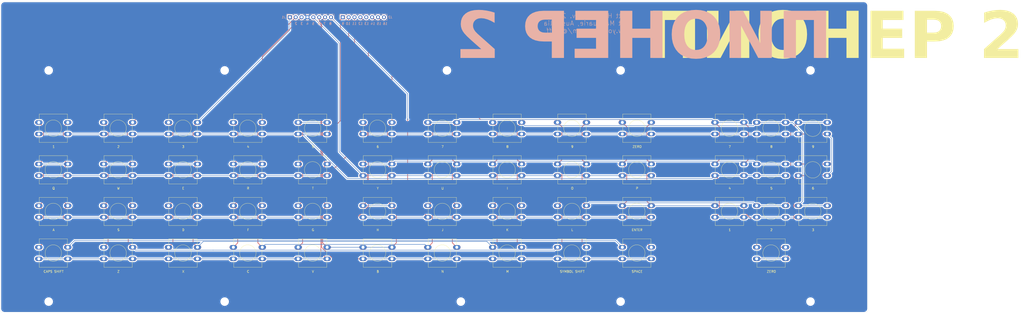
<source format=kicad_pcb>
(kicad_pcb (version 20241229) (generator "pcbnew") (generator_version "9.0")
  (title_block (title "Keyboard for Pioneer-2 Spectrum Clone") (date "14/NOV/2025") (rev "A") (company "Brett Hallen") (comment 1 "www.youtube.com/@Brfff"))
  (layers (0 "F.Cu" signal) (2 "B.Cu" signal) (13 "F.Paste" user) (15 "B.Paste" user) (5 "F.SilkS" user "F.Silkscreen") (7 "B.SilkS" user "B.Silkscreen") (1 "F.Mask" user) (3 "B.Mask" user) (25 "Edge.Cuts" user))
  (net 0 "")
  (net 1 "KBD8")
  (net 2 "KBD7")
  (net 3 "KBD1")
  (net 4 "KBD3")
  (net 5 "KBD4")
  (net 6 "KBD2")
  (net 7 "KBD5")
  (net 8 "KBD6")
  (net 9 "KBD10")
  (net 10 "KBD13")
  (net 11 "KBD12")
  (net 12 "KBD9")
  (net 13 "KBD11")
  (net 14 "GND")
  (footprint "Button_Switch_THT:SW_PUSH-12mm" (layer "F.Cu") (at 67.796693 90.525265)
    (property "Reference" "KA4" (hide yes))
    (property "Value" "2")
  )
  (footprint "Button_Switch_THT:SW_PUSH-12mm" (layer "F.Cu") (at 367.796693 108.525265)
    (property "Reference" "NP6" (hide yes))
    (property "Value" "6")
  )
  (footprint "Button_Switch_THT:SW_PUSH-12mm" (layer "F.Cu") (at 179.796693 90.525265)
    (property "Reference" "KA8" (hide yes))
    (property "Value" "6")
  )
  (footprint "Button_Switch_THT:SW_PUSH-12mm" (layer "F.Cu") (at 291.796693 126.525265)
    (property "Reference" "KB13" (hide yes))
    (property "Value" "ENTER")
  )
  (footprint "Button_Switch_THT:SW_PUSH-12mm" (layer "F.Cu") (at 207.796693 126.525265)
    (property "Reference" "KC9" (hide yes))
    (property "Value" "J")
  )
  (footprint "Button_Switch_THT:SW_PUSH-12mm" (layer "F.Cu") (at 349.796693 108.525265)
    (property "Reference" "NP5" (hide yes))
    (property "Value" "5")
  )
  (footprint "MountingHole:MountingHole_3.2mm_M3" (layer "F.Cu") (at 44.046693 168.025265)
    (property "Reference" "H1" (hide yes))
    (property "Value" "MountingHole" (hide yes))
  )
  (footprint "Button_Switch_THT:SW_PUSH-12mm" (layer "F.Cu") (at 263.796693 90.525265)
    (property "Reference" "KA11" (hide yes))
    (property "Value" "9")
  )
  (footprint "MountingHole:MountingHole_3.2mm_M3" (layer "F.Cu") (at 291.046693 68.025265)
    (property "Reference" "H9" (hide yes))
    (property "Value" "MountingHole" (hide yes))
  )
  (footprint "Button_Switch_THT:SW_PUSH-12mm" (layer "F.Cu") (at 67.796693 144.525265)
    (property "Reference" "KD3" (hide yes))
    (property "Value" "Z")
  )
  (footprint "Button_Switch_THT:SW_PUSH-12mm" (layer "F.Cu") (at 367.796693 90.525265)
    (property "Reference" "NP9" (hide yes))
    (property "Value" "9")
  )
  (footprint "MountingHole:MountingHole_3.2mm_M3" (layer "F.Cu") (at 44.046693 68.025265)
    (property "Reference" "H6" (hide yes))
    (property "Value" "MountingHole" (hide yes))
  )
  (footprint "Button_Switch_THT:SW_PUSH-12mm" (layer "F.Cu") (at 39.796693 108.525265)
    (property "Reference" "KB3" (hide yes))
    (property "Value" "Q")
  )
  (footprint "Button_Switch_THT:SW_PUSH-12mm" (layer "F.Cu") (at 263.796693 144.525265)
    (property "Reference" "KE1" (hide yes))
    (property "Value" "SYMBOL SHIFT")
  )
  (footprint "Button_Switch_THT:SW_PUSH-12mm" (layer "F.Cu") (at 39.796693 90.525265)
    (property "Reference" "KA3" (hide yes))
    (property "Value" "1")
  )
  (footprint "MountingHole:MountingHole_3.2mm_M3" (layer "F.Cu") (at 222.046693 168.025265)
    (property "Reference" "H3" (hide yes))
    (property "Value" "MountingHole" (hide yes))
  )
  (footprint "Button_Switch_THT:SW_PUSH-12mm" (layer "F.Cu") (at 151.796693 108.525265)
    (property "Reference" "KB7" (hide yes))
    (property "Value" "T")
  )
  (footprint "MountingHole:MountingHole_3.2mm_M3" (layer "F.Cu") (at 373.046693 168.025265)
    (property "Reference" "H5" (hide yes))
    (property "Value" "MountingHole" (hide yes))
  )
  (footprint "Button_Switch_THT:SW_PUSH-12mm" (layer "F.Cu") (at 349.796693 90.525265)
    (property "Reference" "NP8" (hide yes))
    (property "Value" "8")
  )
  (footprint "Button_Switch_THT:SW_PUSH-12mm" (layer "F.Cu") (at 151.796693 126.525265)
    (property "Reference" "KC7" (hide yes))
    (property "Value" "G")
  )
  (footprint "Button_Switch_THT:SW_PUSH-12mm" (layer "F.Cu") (at 67.796693 126.525265)
    (property "Reference" "KC4" (hide yes))
    (property "Value" "S")
  )
  (footprint "Button_Switch_THT:SW_PUSH-12mm" (layer "F.Cu") (at 291.796693 108.525265)
    (property "Reference" "KB12" (hide yes))
    (property "Value" "P")
  )
  (footprint "Button_Switch_THT:SW_PUSH-12mm" (layer "F.Cu") (at 349.796693 144.525265)
    (property "Reference" "NP0" (hide yes))
    (property "Value" "ZERO")
  )
  (footprint "Button_Switch_THT:SW_PUSH-12mm" (layer "F.Cu") (at 235.796693 144.525265)
    (property "Reference" "KD9" (hide yes))
    (property "Value" "M")
  )
  (footprint "Button_Switch_THT:SW_PUSH-12mm" (layer "F.Cu") (at 291.796693 90.525265)
    (property "Reference" "KA12" (hide yes))
    (property "Value" "ZERO")
  )
  (footprint "MountingHole:MountingHole_3.2mm_M3" (layer "F.Cu") (at 373.046693 68.025265)
    (property "Reference" "H10" (hide yes))
    (property "Value" "MountingHole" (hide yes))
  )
  (footprint "MountingHole:MountingHole_3.2mm_M3" (layer "F.Cu") (at 216.046693 68.025265)
    (property "Reference" "H8" (hide yes))
    (property "Value" "MountingHole" (hide yes))
  )
  (footprint "Button_Switch_THT:SW_PUSH-12mm" (layer "F.Cu") (at 349.796693 126.525265)
    (property "Reference" "NP2" (hide yes))
    (property "Value" "2")
  )
  (footprint "Button_Switch_THT:SW_PUSH-12mm" (layer "F.Cu") (at 235.796693 90.525265)
    (property "Reference" "KA10" (hide yes))
    (property "Value" "8")
  )
  (footprint "MountingHole:MountingHole_3.2mm_M3" (layer "F.Cu") (at 120.046693 68.025265)
    (property "Reference" "H7" (hide yes))
    (property "Value" "MountingHole" (hide yes))
  )
  (footprint "Button_Switch_THT:SW_PUSH-12mm" (layer "F.Cu") (at 207.796693 90.525265)
    (property "Reference" "KA9" (hide yes))
    (property "Value" "7")
  )
  (footprint "Button_Switch_THT:SW_PUSH-12mm" (layer "F.Cu") (at 123.796693 90.525265)
    (property "Reference" "KA6" (hide yes))
    (property "Value" "4")
  )
  (footprint "Button_Switch_THT:SW_PUSH-12mm" (layer "F.Cu") (at 331.796693 90.525265)
    (property "Reference" "NP7" (hide yes))
    (property "Value" "7")
  )
  (footprint "Button_Switch_THT:SW_PUSH-12mm" (layer "F.Cu") (at 95.796693 126.525265)
    (property "Reference" "KC5" (hide yes))
    (property "Value" "D")
  )
  (footprint "Button_Switch_THT:SW_PUSH-12mm" (layer "F.Cu") (at 331.796693 126.525265)
    (property "Reference" "NP1" (hide yes))
    (property "Value" "1")
  )
  (footprint "Button_Switch_THT:SW_PUSH-12mm" (layer "F.Cu") (at 235.796693 126.525265)
    (property "Reference" "KC10" (hide yes))
    (property "Value" "K")
  )
  (footprint "Button_Switch_THT:SW_PUSH-12mm" (layer "F.Cu") (at 263.796693 108.525265)
    (property "Reference" "KB11" (hide yes))
    (property "Value" "O")
  )
  (footprint "Button_Switch_THT:SW_PUSH-12mm" (layer "F.Cu") (at 367.796693 126.525265)
    (property "Reference" "NP3" (hide yes))
    (property "Value" "3")
  )
  (footprint "Button_Switch_THT:SW_PUSH-12mm" (layer "F.Cu") (at 291.796693 144.525265)
    (property "Reference" "KE6" (hide yes))
    (property "Value" "SPACE")
  )
  (footprint "Button_Switch_THT:SW_PUSH-12mm" (layer "F.Cu") (at 263.796693 126.525265)
    (property "Reference" "KC11" (hide yes))
    (property "Value" "L")
  )
  (footprint "MountingHole:MountingHole_3.2mm_M3" (layer "F.Cu") (at 120.046693 168.025265)
    (property "Reference" "H2" (hide yes))
    (property "Value" "MountingHole" (hide yes))
  )
  (footprint "Button_Switch_THT:SW_PUSH-12mm" (layer "F.Cu") (at 151.796693 144.525265)
    (property "Reference" "KD6" (hide yes))
    (property "Value" "V")
  )
  (footprint "Button_Switch_THT:SW_PUSH-12mm" (layer "F.Cu") (at 179.796693 108.525265)
    (property "Reference" "KB8" (hide yes))
    (property "Value" "Y")
  )
  (footprint "Button_Switch_THT:SW_PUSH-12mm" (layer "F.Cu") (at 151.796693 90.525265)
    (property "Reference" "KA7" (hide yes))
    (property "Value" "5")
  )
  (footprint "Button_Switch_THT:SW_PUSH-12mm" (layer "F.Cu") (at 123.796693 126.525265)
    (property "Reference" "KC6" (hide yes))
    (property "Value" "F")
  )
  (footprint "Button_Switch_THT:SW_PUSH-12mm" (layer "F.Cu") (at 179.796693 126.525265)
    (property "Reference" "KC8" (hide yes))
    (property "Value" "H")
  )
  (footprint "Button_Switch_THT:SW_PUSH-12mm" (layer "F.Cu") (at 95.796693 90.525265)
    (property "Reference" "KA5" (hide yes))
    (property "Value" "3")
  )
  (footprint "Button_Switch_THT:SW_PUSH-12mm" (layer "F.Cu") (at 207.796693 108.525265)
    (property "Reference" "KB9" (hide yes))
    (property "Value" "U")
  )
  (footprint "Button_Switch_THT:SW_PUSH-12mm" (layer "F.Cu") (at 95.796693 108.525265)
    (property "Reference" "KB5" (hide yes))
    (property "Value" "E")
  )
  (footprint "Button_Switch_THT:SW_PUSH-12mm" (layer "F.Cu") (at 123.796693 144.525265)
    (property "Reference" "KD5" (hide yes))
    (property "Value" "C")
  )
  (footprint "Button_Switch_THT:SW_PUSH-12mm" (layer "F.Cu") (at 179.796693 144.525265)
    (property "Reference" "KD7" (hide yes))
    (property "Value" "B")
  )
  (footprint "Button_Switch_THT:SW_PUSH-12mm" (layer "F.Cu") (at 39.796693 144.525265)
    (property "Reference" "KD1" (hide yes))
    (property "Value" "CAPS SHIFT")
  )
  (footprint "Button_Switch_THT:SW_PUSH-12mm" (layer "F.Cu") (at 95.796693 144.525265)
    (property "Reference" "KD4" (hide yes))
    (property "Value" "X")
  )
  (footprint "Button_Switch_THT:SW_PUSH-12mm" (layer "F.Cu") (at 207.796693 144.525265)
    (property "Reference" "KD8" (hide yes))
    (property "Value" "N")
  )
  (footprint "Button_Switch_THT:SW_PUSH-12mm" (layer "F.Cu") (at 67.796693 108.525265)
    (property "Reference" "KB4" (hide yes))
    (property "Value" "W")
  )
  (footprint "Button_Switch_THT:SW_PUSH-12mm" (layer "F.Cu") (at 331.796693 108.525265)
    (property "Reference" "NP4" (hide yes))
    (property "Value" "4")
  )
  (footprint "MountingHole:MountingHole_3.2mm_M3" (layer "F.Cu") (at 291.046693 168.025265)
    (property "Reference" "H4" (hide yes))
    (property "Value" "MountingHole" (hide yes))
  )
  (footprint "Button_Switch_THT:SW_PUSH-12mm" (layer "F.Cu") (at 39.796693 126.525265)
    (property "Reference" "KC3" (hide yes))
    (property "Value" "A")
  )
  (footprint "Button_Switch_THT:SW_PUSH-12mm" (layer "F.Cu") (at 123.796693 108.525265)
    (property "Reference" "KB6" (hide yes))
    (property "Value" "R")
  )
  (footprint "Button_Switch_THT:SW_PUSH-12mm" (layer "F.Cu") (at 235.796693 108.525265)
    (property "Reference" "KB10" (hide yes))
    (property "Value" "I")
  )
  (footprint "Connector_PinHeader_2.54mm:PinHeader_1x08_P2.54mm_Vertical" (layer "B.Cu") (at 171.046693 45.025265 -90)
    (property "Reference" "J2")
    (property "Value" "9-16" (hide yes))
  )
  (footprint "Connector_PinHeader_2.54mm:PinHeader_1x08_P2.54mm_Vertical" (layer "B.Cu") (at 148.186693 45.025265 -90)
    (property "Reference" "J1")
    (property "Value" "1-8" (hide yes))
  )
  (gr_line (start 23.046693 171.025265) (end 23.046693 40.025265) (stroke (width 0.05)) (layer "Edge.Cuts"))
  (gr_arc (start 396.046693 38.025265) (mid 397.460907 38.611051) (end 398.046693 40.025265) (stroke (width 0.05)) (layer "Edge.Cuts"))
  (gr_line (start 396.046693 173.025265) (end 25.046693 173.025265) (stroke (width 0.05)) (layer "Edge.Cuts"))
  (gr_arc (start 23.046693 40.025265) (mid 23.632491 38.611072) (end 25.046693 38.025265) (stroke (width 0.05)) (layer "Edge.Cuts"))
  (gr_arc (start 25.046693 173.025265) (mid 23.632479 172.439479) (end 23.046693 171.025265) (stroke (width 0.05)) (layer "Edge.Cuts"))
  (gr_line (start 398.046693 40.025265) (end 398.046693 171.025265) (stroke (width 0.05)) (layer "Edge.Cuts"))
  (gr_arc (start 398.046693 171.025265) (mid 397.460907 172.439479) (end 396.046693 173.025265) (stroke (width 0.05)) (layer "Edge.Cuts"))
  (gr_line (start 25.046693 38.025265) (end 396.046693 38.025265) (stroke (width 0.05)) (layer "Edge.Cuts"))
  (gr_text "ПИОНЕР 2" (at 302.346693 66.025265 0) (layer "F.SilkS") (effects (font (size 20 20) (thickness 0.3) (bold yes)) (justify left bottom)))
  (gr_text "16 15 14 13 12 11 10 9" (at 190.437235 48.404378 0) (layer "B.SilkS") (effects (font (size 1 1)) (justify left bottom mirror)))
  (gr_text "Brett Hallen, Nov. 2025\nPort Macquarie, Australia\nwww.youtube.com/@Brfff" (at 296.346693 52.025265 0) (layer "B.SilkS") (effects (font (size 2 2)) (justify left bottom mirror)))
  (gr_text "ПИОНЕР 2" (at 382.346693 66.025265 0) (layer "B.SilkS") (effects (font (size 20 20) (thickness 0.3) (bold yes)) (justify left bottom mirror)))
  (gr_text "8  7  6  5  4  3  2  1" (at 166.29379 48.404378 0) (layer "B.SilkS") (effects (font (size 1 1)) (justify left bottom mirror)))
  (segment (start 333.697693 129.624265) (end 331.796693 131.525265) (width 0.2) (layer "F.Cu") (net 1))
  (segment (start 333.697693 115.426265) (end 333.697693 129.624265) (width 0.2) (layer "F.Cu") (net 1))
  (segment (start 331.796693 113.525265) (end 333.697693 115.426265) (width 0.2) (layer "F.Cu") (net 1))
  (segment (start 170.046693 46.025265) (end 170.046693 89.775265) (width 0.2) (layer "F.Cu") (net 1))
  (segment (start 170.046693 89.775265) (end 164.296693 95.525265) (width 0.2) (layer "F.Cu") (net 1))
  (segment (start 171.046693 45.025265) (end 170.046693 46.025265) (width 0.2) (layer "F.Cu") (net 1))
  (segment (start 349.796693 113.525265) (end 362.296693 113.525265) (width 0.2) (layer "B.Cu") (net 1))
  (segment (start 380.296693 131.525265) (end 367.796693 131.525265) (width 0.2) (layer "B.Cu") (net 1))
  (segment (start 153.715874 95.525265) (end 172.966874 114.776265) (width 0.2) (layer "B.Cu") (net 1))
  (segment (start 331.796693 131.525265) (end 344.296693 131.525265) (width 0.2) (layer "B.Cu") (net 1))
  (segment (start 330.545693 114.776265) (end 331.796693 113.525265) (width 0.2) (layer "B.Cu") (net 1))
  (segment (start 95.796693 95.525265) (end 108.296693 95.525265) (width 0.2) (layer "B.Cu") (net 1))
  (segment (start 349.796693 131.525265) (end 362.296693 131.525265) (width 0.2) (layer "B.Cu") (net 1))
  (segment (start 151.796693 95.525265) (end 164.296693 95.525265) (width 0.2) (layer "B.Cu") (net 1))
  (segment (start 344.296693 131.525265) (end 349.796693 131.525265) (width 0.2) (layer "B.Cu") (net 1))
  (segment (start 123.796693 95.525265) (end 136.296693 95.525265) (width 0.2) (layer "B.Cu") (net 1))
  (segment (start 39.796693 95.525265) (end 52.296693 95.525265) (width 0.2) (layer "B.Cu") (net 1))
  (segment (start 172.966874 114.776265) (end 330.545693 114.776265) (width 0.2) (layer "B.Cu") (net 1))
  (segment (start 108.296693 95.525265) (end 123.796693 95.525265) (width 0.2) (layer "B.Cu") (net 1))
  (segment (start 362.296693 131.525265) (end 367.796693 131.525265) (width 0.2) (layer "B.Cu") (net 1))
  (segment (start 331.796693 113.525265) (end 344.296693 113.525265) (width 0.2) (layer "B.Cu") (net 1))
  (segment (start 344.296693 113.525265) (end 349.796693 113.525265) (width 0.2) (layer "B.Cu") (net 1))
  (segment (start 80.296693 95.525265) (end 95.796693 95.525265) (width 0.2) (layer "B.Cu") (net 1))
  (segment (start 136.296693 95.525265) (end 151.796693 95.525265) (width 0.2) (layer "B.Cu") (net 1))
  (segment (start 151.796693 95.525265) (end 153.715874 95.525265) (width 0.2) (layer "B.Cu") (net 1))
  (segment (start 52.296693 95.525265) (end 67.796693 95.525265) (width 0.2) (layer "B.Cu") (net 1))
  (segment (start 67.796693 95.525265) (end 80.296693 95.525265) (width 0.2) (layer "B.Cu") (net 1))
  (segment (start 173.586693 104.235265) (end 173.586693 45.025265) (width 0.2) (layer "F.Cu") (net 2))
  (segment (start 164.296693 113.525265) (end 173.586693 104.235265) (width 0.2) (layer "F.Cu") (net 2))
  (segment (start 39.796693 113.525265) (end 52.296693 113.525265) (width 0.2) (layer "B.Cu") (net 2))
  (segment (start 123.796693 113.525265) (end 108.296693 113.525265) (width 0.2) (layer "B.Cu") (net 2))
  (segment (start 95.796693 113.525265) (end 108.296693 113.525265) (width 0.2) (layer "B.Cu") (net 2))
  (segment (start 67.796693 113.525265) (end 52.296693 113.525265) (width 0.2) (layer "B.Cu") (net 2))
  (segment (start 151.796693 113.525265) (end 136.296693 113.525265) (width 0.2) (layer "B.Cu") (net 2))
  (segment (start 67.796693 113.525265) (end 80.296693 113.525265) (width 0.2) (layer "B.Cu") (net 2))
  (segment (start 151.796693 113.525265) (end 164.296693 113.525265) (width 0.2) (layer "B.Cu") (net 2))
  (segment (start 95.796693 113.525265) (end 80.296693 113.525265) (width 0.2) (layer "B.Cu") (net 2))
  (segment (start 123.796693 113.525265) (end 136.296693 113.525265) (width 0.2) (layer "B.Cu") (net 2))
  (segment (start 179.796693 149.525265) (end 166.877512 149.525265) (width 0.2) (layer "F.Cu") (net 3))
  (segment (start 161.994693 46.457265) (end 163.426693 45.025265) (width 0.2) (layer "F.Cu") (net 3))
  (segment (start 161.994693 144.642446) (end 161.994693 46.457265) (width 0.2) (layer "F.Cu") (net 3))
  (segment (start 166.877512 149.525265) (end 161.994693 144.642446) (width 0.2) (layer "F.Cu") (net 3))
  (segment (start 235.796693 149.525265) (end 220.296693 149.525265) (width 0.2) (layer "B.Cu") (net 3))
  (segment (start 207.796693 149.525265) (end 220.296693 149.525265) (width 0.2) (layer "B.Cu") (net 3))
  (segment (start 179.796693 149.525265) (end 192.296693 149.525265) (width 0.2) (layer "B.Cu") (net 3))
  (segment (start 263.796693 149.525265) (end 276.296693 149.525265) (width 0.2) (layer "B.Cu") (net 3))
  (segment (start 263.796693 149.525265) (end 248.296693 149.525265) (width 0.2) (layer "B.Cu") (net 3))
  (segment (start 291.796693 149.525265) (end 276.296693 149.525265) (width 0.2) (layer "B.Cu") (net 3))
  (segment (start 291.796693 149.525265) (end 304.296693 149.525265) (width 0.2) (layer "B.Cu") (net 3))
  (segment (start 235.796693 149.525265) (end 248.296693 149.525265) (width 0.2) (layer "B.Cu") (net 3))
  (segment (start 207.796693 149.525265) (end 192.296693 149.525265) (width 0.2) (layer "B.Cu") (net 3))
  (segment (start 161.593693 47.478265) (end 161.593693 146.822265) (width 0.2) (layer "F.Cu") (net 4))
  (segment (start 161.593693 47.478265) (end 160.886693 46.771265) (width 0.2) (layer "F.Cu") (net 4))
  (segment (start 161.593693 146.822265) (end 164.296693 149.525265) (width 0.2) (layer "F.Cu") (net 4))
  (segment (start 160.886693 46.771265) (end 160.886693 45.025265) (width 0.2) (layer "F.Cu") (net 4))
  (segment (start 39.796693 149.525265) (end 52.296693 149.525265) (width 0.2) (layer "B.Cu") (net 4))
  (segment (start 67.796693 149.525265) (end 80.296693 149.525265) (width 0.2) (layer "B.Cu") (net 4))
  (segment (start 95.796693 149.525265) (end 108.296693 149.525265) (width 0.2) (layer "B.Cu") (net 4))
  (segment (start 151.796693 149.525265) (end 164.296693 149.525265) (width 0.2) (layer "B.Cu") (net 4))
  (segment (start 123.796693 149.525265) (end 136.296693 149.525265) (width 0.2) (layer "B.Cu") (net 4))
  (segment (start 95.796693 149.525265) (end 80.296693 149.525265) (width 0.2) (layer "B.Cu") (net 4))
  (segment (start 151.796693 149.525265) (end 136.296693 149.525265) (width 0.2) (layer "B.Cu") (net 4))
  (segment (start 67.796693 149.525265) (end 52.296693 149.525265) (width 0.2) (layer "B.Cu") (net 4))
  (segment (start 123.796693 149.525265) (end 108.296693 149.525265) (width 0.2) (layer "B.Cu") (net 4))
  (segment (start 169.506693 56.185265) (end 169.506693 103.235265) (width 0.2) (layer "B.Cu") (net 5))
  (segment (start 207.796693 113.525265) (end 220.296693 113.525265) (width 0.2) (layer "B.Cu") (net 5))
  (segment (start 248.296693 113.525265) (end 263.796693 113.525265) (width 0.2) (layer "B.Cu") (net 5))
  (segment (start 263.796693 113.525265) (end 276.296693 113.525265) (width 0.2) (layer "B.Cu") (net 5))
  (segment (start 192.296693 113.525265) (end 207.796693 113.525265) (width 0.2) (layer "B.Cu") (net 5))
  (segment (start 158.346693 45.025265) (end 169.506693 56.185265) (width 0.2) (layer "B.Cu") (net 5))
  (segment (start 169.506693 103.235265) (end 179.796693 113.525265) (width 0.2) (layer "B.Cu") (net 5))
  (segment (start 179.796693 113.525265) (end 192.296693 113.525265) (width 0.2) (layer "B.Cu") (net 5))
  (segment (start 291.796693 113.525265) (end 304.296693 113.525265) (width 0.2) (layer "B.Cu") (net 5))
  (segment (start 235.796693 113.525265) (end 248.296693 113.525265) (width 0.2) (layer "B.Cu") (net 5))
  (segment (start 220.296693 113.525265) (end 235.796693 113.525265) (width 0.2) (layer "B.Cu") (net 5))
  (segment (start 276.296693 113.525265) (end 291.796693 113.525265) (width 0.2) (layer "B.Cu") (net 5))
  (segment (start 199.046693 122.775265) (end 199.046693 89.225265) (width 0.2) (layer "F.Cu") (net 6))
  (segment (start 207.796693 131.525265) (end 199.046693 122.775265) (width 0.2) (layer "F.Cu") (net 6))
  (segment (start 199.046693 89.225265) (end 199.046693 89.125265) (width 0.2) (layer "F.Cu") (net 6))
  (via (at 199.046693 89.225265) (size 0.6) (drill 0.3) (layers "F.Cu" "B.Cu") (net 6))
  (segment (start 199.046693 78.105265) (end 165.966693 45.025265) (width 0.2) (layer "B.Cu") (net 6))
  (segment (start 291.796693 131.525265) (end 304.296693 131.525265) (width 0.2) (layer "B.Cu") (net 6))
  (segment (start 199.046693 89.225265) (end 199.046693 78.105265) (width 0.2) (layer "B.Cu") (net 6))
  (segment (start 235.796693 131.525265) (end 248.296693 131.525265) (width 0.2) (layer "B.Cu") (net 6))
  (segment (start 276.296693 131.525265) (end 291.796693 131.525265) (width 0.2) (layer "B.Cu") (net 6))
  (segment (start 207.796693 131.525265) (end 220.296693 131.525265) (width 0.2) (layer "B.Cu") (net 6))
  (segment (start 220.296693 131.525265) (end 235.796693 131.525265) (width 0.2) (layer "B.Cu") (net 6))
  (segment (start 263.796693 131.525265) (end 276.296693 131.525265) (width 0.2) (layer "B.Cu") (net 6))
  (segment (start 248.296693 131.525265) (end 263.796693 131.525265) (width 0.2) (layer "B.Cu") (net 6))
  (segment (start 179.796693 131.525265) (end 192.296693 131.525265) (width 0.2) (layer "B.Cu") (net 6))
  (segment (start 192.296693 131.525265) (end 207.796693 131.525265) (width 0.2) (layer "B.Cu") (net 6))
  (segment (start 365.895693 145.926265) (end 365.895693 115.426265) (width 0.2) (layer "F.Cu") (net 7))
  (segment (start 176.126693 91.855265) (end 179.796693 95.525265) (width 0.2) (layer "F.Cu") (net 7))
  (segment (start 380.296693 113.525265) (end 367.796693 113.525265) (width 0.2) (layer "F.Cu") (net 7))
  (segment (start 367.796693 95.525265) (end 380.296693 95.525265) (width 0.2) (layer "F.Cu") (net 7))
  (segment (start 365.895693 115.426265) (end 367.796693 113.525265) (width 0.2) (layer "F.Cu") (net 7))
  (segment (start 362.296693 149.525265) (end 365.895693 145.926265) (width 0.2) (layer "F.Cu") (net 7))
  (segment (start 176.126693 45.025265) (end 176.126693 91.855265) (width 0.2) (layer "F.Cu") (net 7))
  (segment (start 179.796693 95.525265) (end 192.296693 95.525265) (width 0.2) (layer "B.Cu") (net 7))
  (segment (start 192.296693 95.525265) (end 207.796693 95.525265) (width 0.2) (layer "B.Cu") (net 7))
  (segment (start 220.296693 95.525265) (end 235.796693 95.525265) (width 0.2) (layer "B.Cu") (net 7))
  (segment (start 362.296693 95.525265) (end 367.796693 95.525265) (width 0.2) (layer "B.Cu") (net 7))
  (segment (start 349.796693 95.525265) (end 362.296693 95.525265) (width 0.2) (layer "B.Cu") (net 7))
  (segment (start 304.296693 95.525265) (end 331.796693 95.525265) (width 0.2) (layer "B.Cu") (net 7))
  (segment (start 349.796693 149.525265) (end 362.296693 149.525265) (width 0.2) (layer "B.Cu") (net 7))
  (segment (start 235.796693 95.525265) (end 248.296693 95.525265) (width 0.2) (layer "B.Cu") (net 7))
  (segment (start 207.796693 95.525265) (end 220.296693 95.525265) (width 0.2) (layer "B.Cu") (net 7))
  (segment (start 263.796693 95.525265) (end 276.296693 95.525265) (width 0.2) (layer "B.Cu") (net 7))
  (segment (start 380.296693 95.525265) (end 382.197693 97.426265) (width 0.2) (layer "B.Cu") (net 7))
  (segment (start 276.296693 95.525265) (end 291.796693 95.525265) (width 0.2) (layer "B.Cu") (net 7))
  (segment (start 248.296693 95.525265) (end 263.796693 95.525265) (width 0.2) (layer "B.Cu") (net 7))
  (segment (start 367.796693 113.525265) (end 369.296693 113.525265) (width 0.2) (layer "B.Cu") (net 7))
  (segment (start 331.796693 95.525265) (end 344.296693 95.525265) (width 0.2) (layer "B.Cu") (net 7))
  (segment (start 382.197693 111.624265) (end 380.296693 113.525265) (width 0.2) (layer "B.Cu") (net 7))
  (segment (start 382.197693 97.426265) (end 382.197693 111.624265) (width 0.2) (layer "B.Cu") (net 7))
  (segment (start 291.796693 95.525265) (end 304.296693 95.525265) (width 0.2) (layer "B.Cu") (net 7))
  (segment (start 344.296693 95.525265) (end 349.796693 95.525265) (width 0.2) (layer "B.Cu") (net 7))
  (segment (start 182.098693 126.804084) (end 177.377512 131.525265) (width 0.2) (layer "F.Cu") (net 8))
  (segment (start 182.098693 48.457265) (end 182.098693 126.804084) (width 0.2) (layer "F.Cu") (net 8))
  (segment (start 178.666693 45.025265) (end 182.098693 48.457265) (width 0.2) (layer "F.Cu") (net 8))
  (segment (start 177.377512 131.525265) (end 164.296693 131.525265) (width 0.2) (layer "F.Cu") (net 8))
  (segment (start 136.296693 131.525265) (end 151.796693 131.525265) (width 0.2) (layer "B.Cu") (net 8))
  (segment (start 52.296693 131.525265) (end 67.796693 131.525265) (width 0.2) (layer "B.Cu") (net 8))
  (segment (start 67.796693 131.525265) (end 80.296693 131.525265) (width 0.2) (layer "B.Cu") (net 8))
  (segment (start 39.796693 131.525265) (end 52.296693 131.525265) (width 0.2) (layer "B.Cu") (net 8))
  (segment (start 123.796693 131.525265) (end 136.296693 131.525265) (width 0.2) (layer "B.Cu") (net 8))
  (segment (start 80.296693 131.525265) (end 95.796693 131.525265) (width 0.2) (layer "B.Cu") (net 8))
  (segment (start 108.296693 131.525265) (end 123.796693 131.525265) (width 0.2) (layer "B.Cu") (net 8))
  (segment (start 95.796693 131.525265) (end 108.296693 131.525265) (width 0.2) (layer "B.Cu") (net 8))
  (segment (start 151.796693 131.525265) (end 164.296693 131.525265) (width 0.2) (layer "B.Cu") (net 8))
  (segment (start 220.296693 108.525265) (end 218.395693 110.426265) (width 0.2) (layer "F.Cu") (net 9))
  (segment (start 134.395693 124.624265) (end 136.296693 126.525265) (width 0.2) (layer "F.Cu") (net 9))
  (segment (start 123.796693 126.525265) (end 125.697693 128.426265) (width 0.2) (layer "F.Cu") (net 9))
  (segment (start 134.395693 106.624265) (end 136.296693 108.525265) (width 0.2) (layer "F.Cu") (net 9))
  (segment (start 220.296693 144.525265) (end 218.395693 142.624265) (width 0.2) (layer "F.Cu") (net 9))
  (segment (start 134.395693 92.426265) (end 134.395693 106.624265) (width 0.2) (layer "F.Cu") (net 9))
  (segment (start 218.395693 128.426265) (end 220.296693 126.525265) (width 0.2) (layer "F.Cu") (net 9))
  (segment (start 125.697693 128.426265) (end 125.697693 142.624265) (width 0.2) (layer "F.Cu") (net 9))
  (segment (start 153.266693 45.025265) (end 136.296693 61.995265) (width 0.2) (layer "F.Cu") (net 9))
  (segment (start 125.697693 106.624265) (end 123.796693 108.525265) (width 0.2) (layer "F.Cu") (net 9))
  (segment (start 333.697693 92.426265) (end 331.796693 90.525265) (width 0.2) (layer "F.Cu") (net 9))
  (segment (start 209.697693 110.426265) (end 209.697693 124.624265) (width 0.2) (layer "F.Cu") (net 9))
  (segment (start 123.796693 90.525265) (end 125.697693 92.426265) (width 0.2) (layer "F.Cu") (net 9))
  (segment (start 136.296693 108.525265) (end 134.395693 110.426265) (width 0.2) (layer "F.Cu") (net 9))
  (segment (start 123.796693 108.525265) (end 125.697693 110.426265) (width 0.2) (layer "F.Cu") (net 9))
  (segment (start 136.296693 126.525265) (end 134.395693 128.426265) (width 0.2) (layer "F.Cu") (net 9))
  (segment (start 125.697693 142.624265) (end 123.796693 144.525265) (width 0.2) (layer "F.Cu") (net 9))
  (segment (start 207.796693 108.525265) (end 209.697693 110.426265) (width 0.2) (layer "F.Cu") (net 9))
  (segment (start 346.197693 106.624265) (end 344.296693 108.525265) (width 0.2) (layer "F.Cu") (net 9))
  (segment (start 218.395693 124.624265) (end 220.296693 126.525265) (width 0.2) (layer "F.Cu") (net 9))
  (segment (start 134.395693 142.624265) (end 136.296693 144.525265) (width 0.2) (layer "F.Cu") (net 9))
  (segment (start 218.395693 142.624265) (end 218.395693 128.426265) (width 0.2) (layer "F.Cu") (net 9))
  (segment (start 125.697693 124.624265) (end 123.796693 126.525265) (width 0.2) (layer "F.Cu") (net 9))
  (segment (start 346.197693 92.426265) (end 346.197693 106.624265) (width 0.2) (layer "F.Cu") (net 9))
  (segment (start 218.395693 106.624265) (end 220.296693 108.525265) (width 0.2) (layer "F.Cu") (net 9))
  (segment (start 209.697693 142.624265) (end 207.796693 144.525265) (width 0.2) (layer "F.Cu") (net 9))
  (segment (start 333.697693 106.624265) (end 333.697693 92.426265) (width 0.2) (layer "F.Cu") (net 9))
  (segment (start 134.395693 110.426265) (end 134.395693 124.624265) (width 0.2) (layer "F.Cu") (net 9))
  (segment (start 218.395693 92.426265) (end 218.395693 106.624265) (width 0.2) (layer "F.Cu") (net 9))
  (segment (start 125.697693 92.426265) (end 125.697693 106.624265) (width 0.2) (layer "F.Cu") (net 9))
  (segment (start 136.296693 90.525265) (end 134.395693 92.426265) (width 0.2) (layer "F.Cu") (net 9))
  (segment (start 125.697693 110.426265) (end 125.697693 124.624265) (width 0.2) (layer "F.Cu") (net 9))
  (segment (start 136.296693 61.995265) (end 136.296693 90.525265) (width 0.2) (layer "F.Cu") (net 9))
  (segment (start 209.846693 92.575265) (end 209.846693 106.475265) (width 0.2) (layer "F.Cu") (net 9))
  (segment (start 209.846693 106.475265) (end 207.796693 108.525265) (width 0.2) (layer "F.Cu") (net 9))
  (segment (start 134.395693 128.426265) (end 134.395693 142.624265) (width 0.2) (layer "F.Cu") (net 9))
  (segment (start 344.296693 90.525265) (end 346.197693 92.426265) (width 0.2) (layer "F.Cu") (net 9))
  (segment (start 218.395693 110.426265) (end 218.395693 124.624265) (width 0.2) (layer "F.Cu") (net 9))
  (segment (start 209.697693 128.426265) (end 209.697693 142.624265) (width 0.2) (layer "F.Cu") (net 9))
  (segment (start 209.697693 124.624265) (end 207.796693 126.525265) (width 0.2) (layer "F.Cu") (net 9))
  (segment (start 331.796693 108.525265) (end 333.697693 106.624265) (width 0.2) (layer "F.Cu") (net 9))
  (segment (start 220.296693 90.525265) (end 218.395693 92.426265) (width 0.2) (layer "F.Cu") (net 9))
  (segment (start 207.796693 126.525265) (end 209.697693 128.426265) (width 0.2) (layer "F.Cu") (net 9))
  (segment (start 207.796693 90.525265) (end 209.846693 92.575265) (width 0.2) (layer "F.Cu") (net 9))
  (segment (start 344.296693 90.525265) (end 331.796693 90.525265) (width 0.2) (layer "B.Cu") (net 9))
  (segment (start 136.296693 144.525265) (end 137.547693 143.274265) (width 0.2) (layer "B.Cu") (net 9))
  (segment (start 221.547693 89.274265) (end 220.296693 90.525265) (width 0.2) (layer "B.Cu") (net 9))
  (segment (start 330.545693 89.274265) (end 221.547693 89.274265) (width 0.2) (layer "B.Cu") (net 9))
  (segment (start 123.796693 108.525265) (end 136.296693 108.525265) (width 0.2) (layer "B.Cu") (net 9))
  (segment (start 207.796693 90.525265) (end 220.296693 90.525265) (width 0.2) (layer "B.Cu") (net 9))
  (segment (start 137.547693 143.274265) (end 206.545693 143.274265) (width 0.2) (layer "B.Cu") (net 9))
  (segment (start 331.796693 90.525265) (end 330.545693 89.274265) (width 0.2) (layer "B.Cu") (net 9))
  (segment (start 206.545693 143.274265) (end 207.796693 144.525265) (width 0.2) (layer "B.Cu") (net 9))
  (segment (start 52.296693 108.525265) (end 50.395693 110.426265) (width 0.2) (layer "F.Cu") (net 10))
  (segment (start 50.395693 106.624265) (end 52.296693 108.525265) (width 0.2) (layer "F.Cu") (net 10))
  (segment (start 304.296693 90.525265) (end 302.395693 92.426265) (width 0.2) (layer "F.Cu") (net 10))
  (segment (start 362.296693 144.525265) (end 349.796693 144.525265) (width 0.2) (layer "F.Cu") (net 10))
  (segment (start 186.286693 45.025265) (end 230.535693 89.274265) (width 0.2) (layer "F.Cu") (net 10))
  (segment (start 302.395693 110.426265) (end 302.395693 124.624265) (width 0.2) (layer "F.Cu") (net 10))
  (segment (start 293.697693 110.426265) (end 293.697693 124.624265) (width 0.2) (layer "F.Cu") (net 10))
  (segment (start 302.395693 142.624265) (end 302.395693 128.426265) (width 0.2) (layer "F.Cu") (net 10))
  (segment (start 41.697693 106.624265) (end 39.796693 108.525265) (width 0.2) (layer "F.Cu") (net 10))
  (segment (start 39.796693 90.525265) (end 41.697693 92.426265) (width 0.2) (layer "F.Cu") (net 10))
  (segment (start 52.296693 126.525265) (end 50.395693 128.426265) (width 0.2) (layer "F.Cu") (net 10))
  (segment (start 293.697693 128.426265) (end 293.697693 142.624265) (width 0.2) (layer "F.Cu") (net 10))
  (segment (start 293.697693 92.426265) (end 293.697693 106.624265) (width 0.2) (layer "F.Cu") (net 10))
  (segment (start 41.697693 92.426265) (end 41.697693 106.624265) (width 0.2) (layer "F.Cu") (net 10))
  (segment (start 302.395693 128.426265) (end 304.296693 126.525265) (width 0.2) (layer "F.Cu") (net 10))
  (segment (start 304.296693 108.525265) (end 302.395693 110.426265) (width 0.2) (layer "F.Cu") (net 10))
  (segment (start 41.697693 142.624265) (end 39.796693 144.525265) (width 0.2) (layer "F.Cu") (net 10))
  (segment (start 302.395693 106.624265) (end 304.296693 108.525265) (width 0.2) (layer "F.Cu") (net 10))
  (segment (start 41.697693 124.624265) (end 39.796693 126.525265) (width 0.2) (layer "F.Cu") (net 10))
  (segment (start 39.796693 126.525265) (end 41.697693 128.426265) (width 0.2) (layer "F.Cu") (net 10))
  (segment (start 50.395693 92.426265) (end 50.395693 106.624265) (width 0.2) (layer "F.Cu") (net 10))
  (segment (start 304.296693 144.525265) (end 302.395693 142.624265) (width 0.2) (layer "F.Cu") (net 10))
  (segment (start 293.697693 106.624265) (end 291.796693 108.525265) (width 0.2) (layer "F.Cu") (net 10))
  (segment (start 39.796693 108.525265) (end 41.697693 110.426265) (width 0.2) (layer "F.Cu") (net 10))
  (segment (start 290.545693 89.274265) (end 291.796693 90.525265) (width 0.2) (layer "F.Cu") (net 10))
  (segment (start 291.796693 90.525265) (end 293.697693 92.426265) (width 0.2) (layer "F.Cu") (net 10))
  (segment (start 302.395693 124.624265) (end 304.296693 126.525265) (width 0.2) (layer "F.Cu") (net 10))
  (segment (start 293.697693 124.624265) (end 291.796693 126.525265) (width 0.2) (layer "F.Cu") (net 10))
  (segment (start 52.296693 90.525265) (end 50.395693 92.426265) (width 0.2) (layer "F.Cu") (net 10))
  (segment (start 50.395693 110.426265) (end 50.395693 124.624265) (width 0.2) (layer "F.Cu") (net 10))
  (segment (start 349.796693 144.525265) (end 349.796693 134.606084) (width 0.2) (layer "F.Cu") (net 10))
  (segment (start 41.697693 110.426265) (end 41.697693 124.624265) (width 0.2) (layer "F.Cu") (net 10))
  (segment (start 349.796693 134.606084) (end 344.296693 129.106084) (width 0.2) (layer "F.Cu") (net 10))
  (segment (start 41.697693 128.426265) (end 41.697693 142.624265) (width 0.2) (layer "F.Cu") (net 10))
  (segment (start 302.395693 92.426265) (end 302.395693 106.624265) (width 0.2) (layer "F.Cu") (net 10))
  (segment (start 50.395693 128.426265) (end 50.395693 142.624265) (width 0.2) (layer "F.Cu") (net 10))
  (segment (start 50.395693 142.624265) (end 52.296693 144.525265) (width 0.2) (layer "F.Cu") (net 10))
  (segment (start 230.535693 89.274265) (end 290.545693 89.274265) (width 0.2) (layer "F.Cu") (net 10))
  (segment (start 291.796693 108.525265) (end 293.697693 110.426265) (width 0.2) (layer "F.Cu") (net 10))
  (segment (start 293.697693 142.624265) (end 291.796693 144.525265) (width 0.2) (layer "F.Cu") (net 10))
  (segment (start 291.796693 126.525265) (end 293.697693 128.426265) (width 0.2) (layer "F.Cu") (net 10))
  (segment (start 50.395693 124.624265) (end 52.296693 126.525265) (width 0.2) (layer "F.Cu") (net 10))
  (segment (start 344.296693 129.106084) (end 344.296693 126.525265) (width 0.2) (layer "F.Cu") (net 10))
  (segment (start 52.296693 144.525265) (end 55.197693 141.624265) (width 0.2) (layer "B.Cu") (net 10))
  (segment (start 39.796693 108.525265) (end 52.296693 108.525265) (width 0.2) (layer "B.Cu") (net 10))
  (segment (start 55.197693 141.624265) (end 288.895693 141.624265) (width 0.2) (layer "B.Cu") (net 10))
  (segment (start 288.895693 141.624265) (end 291.796693 144.525265) (width 0.2) (layer "B.Cu") (net 10))
  (segment (start 344.296693 126.525265) (end 291.796693 126.525265) (width 0.2) (layer "B.Cu") (net 10))
  (segment (start 98.996693 71.825265) (end 80.296693 90.525265) (width 0.2) (layer "F.Cu") (net 11))
  (segment (start 265.697693 128.426265) (end 263.796693 126.525265) (width 0.2) (layer "F.Cu") (net 11))
  (segment (start 67.796693 126.525265) (end 69.697693 128.426265) (width 0.2) (layer "F.Cu") (net 11))
  (segment (start 69.697693 106.624265) (end 67.796693 108.525265) (width 0.2) (layer "F.Cu") (net 11))
  (segment (start 78.395693 128.426265) (end 80.296693 126.525265) (width 0.2) (layer "F.Cu") (net 11))
  (segment (start 276.296693 90.525265) (end 274.395693 92.426265) (width 0.2) (layer "F.Cu") (net 11))
  (segment (start 78.395693 142.624265) (end 78.395693 128.426265) (width 0.2) (layer "F.Cu") (net 11))
  (segment (start 367.796693 90.525265) (end 364.446693 93.875265) (width 0.2) (layer "F.Cu") (net 11))
  (segment (start 69.697693 124.624265) (end 67.796693 126.525265) (width 0.2) (layer "F.Cu") (net 11))
  (segment (start 69.697693 128.426265) (end 69.697693 142.624265) (width 0.2) (layer "F.Cu") (net 11))
  (segment (start 274.395693 142.624265) (end 276.296693 144.525265) (width 0.2) (layer "F.Cu") (net 11))
  (segment (start 263.796693 144.525265) (end 265.697693 142.624265) (width 0.2) (layer "F.Cu") (net 11))
  (segment (start 69.697693 142.624265) (end 67.796693 144.525265) (width 0.2) (layer "F.Cu") (net 11))
  (segment (start 78.046693 106.275265) (end 78.046693 92.775265) (width 0.2) (layer "F.Cu") (net 11))
  (segment (start 276.296693 126.525265) (end 274.395693 128.426265) (width 0.2) (layer "F.Cu") (net 11))
  (segment (start 69.697693 110.426265) (end 69.697693 124.624265) (width 0.2) (layer "F.Cu") (net 11))
  (segment (start 364.446693 124.375265) (end 362.296693 126.525265) (width 0.2) (layer "F.Cu") (net 11))
  (segment (start 263.796693 108.525265) (end 265.697693 106.624265) (width 0.2) (layer "F.Cu") (net 11))
  (segment (start 80.296693 126.525265) (end 78.395693 124.624265) (width 0.2) (layer "F.Cu") (net 11))
  (segment (start 150.726693 45.025265) (end 123.926693 71.825265) (width 0.2) (layer "F.Cu") (net 11))
  (segment (start 263.796693 126.525265) (end 265.697693 124.624265) (width 0.2) (layer "F.Cu") (net 11))
  (segment (start 364.446693 93.875265) (end 364.446693 124.375265) (width 0.2) (layer "F.Cu") (net 11))
  (segment (start 274.395693 92.426265) (end 274.395693 106.624265) (width 0.2) (layer "F.Cu") (net 11))
  (segment (start 123.926693 71.825265) (end 98.996693 71.825265) (width 0.2) (layer "F.Cu") (net 11))
  (segment (start 274.395693 110.426265) (end 274.395693 124.624265) (width 0.2) (layer "F.Cu") (net 11))
  (segment (start 265.697693 124.624265) (end 265.697693 110.426265) (width 0.2) (layer "F.Cu") (net 11))
  (segment (start 80.296693 108.525265) (end 78.046693 106.275265) (width 0.2) (layer "F.Cu") (net 11))
  (segment (start 69.697693 92.426265) (end 69.697693 106.624265) (width 0.2) (layer "F.Cu") (net 11))
  (segment (start 265.697693 142.624265) (end 265.697693 128.426265) (width 0.2) (layer "F.Cu") (net 11))
  (segment (start 274.395693 106.624265) (end 276.296693 108.525265) (width 0.2) (layer "F.Cu") (net 11))
  (segment (start 67.796693 90.525265) (end 69.697693 92.426265) (width 0.2) (layer "F.Cu") (net 11))
  (segment (start 274.395693 124.624265) (end 276.296693 126.525265) (width 0.2) (layer "F.Cu") (net 11))
  (segment (start 265.697693 106.624265) (end 265.697693 92.426265) (width 0.2) (layer "F.Cu") (net 11))
  (segment (start 265.697693 110.426265) (end 263.796693 108.525265) (width 0.2) (layer "F.Cu") (net 11))
  (segment (start 276.296693 108.525265) (end 274.395693 110.426265) (width 0.2) (layer "F.Cu") (net 11))
  (segment (start 80.296693 144.525265) (end 78.395693 142.624265) (width 0.2) (layer "F.Cu") (net 11))
  (segment (start 78.395693 124.624265) (end 78.395693 110.426265) (width 0.2) (layer "F.Cu") (net 11))
  (segment (start 265.697693 92.426265) (end 263.796693 90.525265) (width 0.2) (layer "F.Cu") (net 11))
  (segment (start 78.395693 110.426265) (end 80.296693 108.525265) (width 0.2) (layer "F.Cu") (net 11))
  (segment (start 78.046693 92.775265) (end 80.296693 90.525265) (width 0.2) (layer "F.Cu") (net 11))
  (segment (start 274.395693 128.426265) (end 274.395693 142.624265) (width 0.2) (layer "F.Cu") (net 11))
  (segment (start 67.796693 108.525265) (end 69.697693 110.426265) (width 0.2) (layer "F.Cu") (net 11))
  (segment (start 263.796693 108.525265) (end 276.296693 108.525265) (width 0.2) (layer "B.Cu") (net 11))
  (segment (start 81.547693 145.776265) (end 115.046693 145.776265) (width 0.2) (layer "B.Cu") (net 11))
  (segment (start 115.046693 145.776265) (end 262.545693 145.776265) (width 0.2) (layer "B.Cu") (net 11))
  (segment (start 262.545693 145.776265) (end 263.796693 144.525265) (width 0.2) (layer "B.Cu") (net 11))
  (segment (start 80.296693 144.525265) (end 81.547693 145.776265) (width 0.2) (layer "B.Cu") (net 11))
  (segment (start 67.796693 108.525265) (end 80.296693 108.525265) (width 0.2) (layer "B.Cu") (net 11))
  (segment (start 348.545693 125.274265) (end 349.796693 126.525265) (width 0.2) (layer "B.Cu") (net 11))
  (segment (start 276.296693 126.525265) (end 277.547693 125.274265) (width 0.2) (layer "B.Cu") (net 11))
  (segment (start 362.296693 126.525265) (end 349.796693 126.525265) (width 0.2) (layer "B.Cu") (net 11))
  (segment (start 380.296693 90.525265) (end 367.796693 90.525265) (width 0.2) (layer "B.Cu") (net 11))
  (segment (start 277.547693 125.274265) (end 348.545693 125.274265) (width 0.2) (layer "B.Cu") (net 11))
  (segment (start 194.197693 142.624265) (end 192.296693 144.525265) (width 0.2) (layer "F.Cu") (net 12))
  (segment (start 192.296693 126.525265) (end 194.197693 128.426265) (width 0.2) (layer "F.Cu") (net 12))
  (segment (start 151.796693 126.525265) (end 153.697693 124.624265) (width 0.2) (layer "F.Cu") (net 12))
  (segment (start 153.697693 106.624265) (end 151.796693 108.525265) (width 0.2) (layer "F.Cu") (net 12))
  (segment (start 181.697693 92.426265) (end 181.697693 106.624265) (width 0.2) (layer "F.Cu") (net 12))
  (segment (start 192.296693 53.575265) (end 192.296693 90.525265) (width 0.2) (layer "F.Cu") (net 12))
  (segment (start 183.746693 45.025265) (end 192.296693 53.575265) (width 0.2) (layer "F.Cu") (net 12))
  (segment (start 181.697693 124.624265) (end 181.697693 110.426265) (width 0.2) (layer "F.Cu") (net 12))
  (segment (start 164.296693 108.525265) (end 162.395693 110.426265) (width 0.2) (layer "F.Cu") (net 12))
  (segment (start 192.296693 108.525265) (end 190.395693 110.426265) (width 0.2) (layer "F.Cu") (net 12))
  (segment (start 153.697693 128.426265) (end 151.796693 126.525265) (width 0.2) (layer "F.Cu") (net 12))
  (segment (start 181.697693 110.426265) (end 179.796693 108.525265) (width 0.2) (layer "F.Cu") (net 12))
  (segment (start 190.395693 124.624265) (end 192.296693 126.525265) (width 0.2) (layer "F.Cu") (net 12))
  (segment (start 162.395693 124.624265) (end 164.296693 126.525265) (width 0.2) (layer "F.Cu") (net 12))
  (segment (start 164.296693 90.525265) (end 162.395693 92.426265) (width 0.2) (layer "F.Cu") (net 12))
  (segment (start 190.395693 110.426265) (end 190.395693 124.624265) (width 0.2) (layer "F.Cu") (net 12))
  (segment (start 162.395693 142.624265) (end 164.296693 144.525265) (width 0.2) (layer "F.Cu") (net 12))
  (segment (start 162.395693 128.426265) (end 162.395693 142.624265) (width 0.2) (layer "F.Cu") (net 12))
  (segment (start 153.697693 124.624265) (end 153.697693 110.426265) (width 0.2) (layer "F.Cu") (net 12))
  (segment (start 153.697693 142.624265) (end 153.697693 128.426265) (width 0.2) (layer "F.Cu") (net 12))
  (segment (start 151.796693 144.525265) (end 153.697693 142.624265) (width 0.2) (layer "F.Cu") (net 12))
  (segment (start 164.296693 126.525265) (end 162.395693 128.426265) (width 0.2) (layer "F.Cu") (net 12))
  (segment (start 153.697693 92.426265) (end 153.697693 106.624265) (width 0.2) (layer "F.Cu") (net 12))
  (segment (start 190.395693 92.426265) (end 190.395693 106.624265) (width 0.2) (layer "F.Cu") (net 12))
  (segment (start 380.296693 108.525265) (end 367.796693 108.525265) (width 0.2) (layer "F.Cu") (net 12))
  (segment (start 153.697693 110.426265) (end 151.796693 108.525265) (width 0.2) (layer "F.Cu") (net 12))
  (segment (start 190.395693 106.624265) (end 192.296693 108.525265) (width 0.2) (layer "F.Cu") (net 12))
  (segment (start 179.796693 90.525265) (end 181.697693 92.426265) (width 0.2) (layer "F.Cu") (net 12))
  (segment (start 194.197693 128.426265) (end 194.197693 142.624265) (width 0.2) (layer "F.Cu") (net 12))
  (segment (start 179.796693 126.525265) (end 181.697693 124.624265) (width 0.2) (layer "F.Cu") (net 12))
  (segment (start 181.697693 106.624265) (end 179.796693 108.525265) (width 0.2) (layer "F.Cu") (net 12))
  (segment (start 192.296693 90.525265) (end 190.395693 92.426265) (width 0.2) (layer "F.Cu") (net 12))
  (segment (start 162.395693 92.426265) (end 162.395693 106.624265) (width 0.2) (layer "F.Cu") (net 12))
  (segment (start 151.796693 90.525265) (end 153.697693 92.426265) (width 0.2) (layer "F.Cu") (net 12))
  (segment (start 162.395693 110.426265) (end 162.395693 124.624265) (width 0.2) (layer "F.Cu") (net 12))
  (segment (start 162.395693 106.624265) (end 164.296693 108.525265) (width 0.2) (layer "F.Cu") (net 12))
  (segment (start 193.547693 107.274265) (end 192.296693 108.525265) (width 0.2) (layer "B.Cu") (net 12))
  (segment (start 179.796693 144.525265) (end 192.296693 144.525265) (width 0.2) (layer "B.Cu") (net 12))
  (segment (start 348.545693 107.274265) (end 193.547693 107.274265) (width 0.2) (layer "B.Cu") (net 12))
  (segment (start 179.796693 126.525265) (end 192.296693 126.525265) (width 0.2) (layer "B.Cu") (net 12))
  (segment (start 349.796693 108.525265) (end 348.545693 107.274265) (width 0.2) (layer "B.Cu") (net 12))
  (segment (start 362.296693 108.525265) (end 367.796693 108.525265) (width 0.2) (layer "B.Cu") (net 12))
  (segment (start 151.796693 90.525265) (end 164.296693 90.525265) (width 0.2) (layer "B.Cu") (net 12))
  (segment (start 349.796693 108.525265) (end 362.296693 108.525265) (width 0.2) (layer "B.Cu") (net 12))
  (segment (start 164.296693 144.525265) (end 179.796693 144.525265) (width 0.2) (layer "B.Cu") (net 12))
  (segment (start 179.796693 108.525265) (end 192.296693 108.525265) (width 0.2) (layer "B.Cu") (net 12))
  (segment (start 106.395693 106.624265) (end 108.296693 108.525265) (width 0.2) (layer "F.Cu") (net 13))
  (segment (start 97.697693 124.624265) (end 95.796693 126.525265) (width 0.2) (layer "F.Cu") (net 13))
  (segment (start 237.697693 106.624265) (end 235.796693 108.525265) (width 0.2) (layer "F.Cu") (net 13))
  (segment (start 237.697693 124.624265) (end 237.697693 110.426265) (width 0.2) (layer "F.Cu") (net 13))
  (segment (start 97.697693 142.624265) (end 95.796693 144.525265) (width 0.2) (layer "F.Cu") (net 13))
  (segment (start 248.296693 126.525265) (end 246.395693 128.426265) (width 0.2) (layer "F.Cu") (net 13))
  (segment (start 248.296693 90.525265) (end 246.395693 92.426265) (width 0.2) (layer "F.Cu") (net 13))
  (segment (start 237.697693 128.426265) (end 235.796693 126.525265) (width 0.2) (layer "F.Cu") (net 13))
  (segment (start 97.697693 106.624265) (end 95.796693 108.525265) (width 0.2) (layer "F.Cu") (net 13))
  (segment (start 95.796693 108.525265) (end 97.697693 110.426265) (width 0.2) (layer "F.Cu") (net 13))
  (segment (start 108.296693 126.525265) (end 106.395693 128.426265) (width 0.2) (layer "F.Cu") (net 13))
  (segment (start 246.395693 110.426265) (end 246.395693 124.624265) (width 0.2) (layer "F.Cu") (net 13))
  (segment (start 97.697693 110.426265) (end 97.697693 124.624265) (width 0.2) (layer "F.Cu") (net 13))
  (segment (start 235.796693 90.525265) (end 237.697693 92.426265) (width 0.2) (layer "F.Cu") (net 13))
  (segment (start 235.796693 126.525265) (end 237.697693 124.624265) (width 0.2) (layer "F.Cu") (net 13))
  (segment (start 106.395693 110.426265) (end 106.395693 124.624265) (width 0.2) (layer "F.Cu") (net 13))
  (segment (start 108.296693 90.525265) (end 106.395693 92.426265) (width 0.2) (layer "F.Cu") (net 13))
  (segment (start 95.796693 126.525265) (end 97.697693 128.426265) (width 0.2) (layer "F.Cu") (net 13))
  (segment (start 246.395693 142.624265) (end 248.296693 144.525265) (width 0.2) (layer "F.Cu") (net 13))
  (segment (start 246.395693 124.624265) (end 248.296693 126.525265) (width 0.2) (layer "F.Cu") (net 13))
  (segment (start 106.395693 124.624265) (end 108.296693 126.525265) (width 0.2) (layer "F.Cu") (net 13))
  (segment (start 106.395693 92.426265) (end 106.395693 106.624265) (width 0.2) (layer "F.Cu") (net 13))
  (segment (start 248.296693 108.525265) (end 246.395693 110.426265) (width 0.2) (layer "F.Cu") (net 13))
  (segment (start 235.796693 144.525265) (end 237.697693 142.624265) (width 0.2) (layer "F.Cu") (net 13))
  (segment (start 97.697693 128.426265) (end 97.697693 142.624265) (width 0.2) (layer "F.Cu") (net 13))
  (segment (start 106.395693 128.426265) (end 106.395693 142.624265) (width 0.2) (layer "F.Cu") (net 13))
  (segment (start 237.697693 142.624265) (end 237.697693 128.426265) (width 0.2) (layer "F.Cu") (net 13))
  (segment (start 246.395693 106.624265) (end 248.296693 108.525265) (width 0.2) (layer "F.Cu") (net 13))
  (segment (start 246.395693 128.426265) (end 246.395693 142.624265) (width 0.2) (layer "F.Cu") (net 13))
  (segment (start 246.395693 92.426265) (end 246.395693 106.624265) (width 0.2) (layer "F.Cu") (net 13))
  (segment (start 237.697693 92.426265) (end 237.697693 106.624265) (width 0.2) (layer "F.Cu") (net 13))
  (segment (start 106.395693 142.624265) (end 108.296693 144.525265) (width 0.2) (layer "F.Cu") (net 13))
  (segment (start 108.296693 108.525265) (end 106.395693 110.426265) (width 0.2) (layer "F.Cu") (net 13))
  (segment (start 95.796693 90.525265) (end 97.697693 92.426265) (width 0.2) (layer "F.Cu") (net 13))
  (segment (start 237.697693 110.426265) (end 235.796693 108.525265) (width 0.2) (layer "F.Cu") (net 13))
  (segment (start 97.697693 92.426265) (end 97.697693 106.624265) (width 0.2) (layer "F.Cu") (net 13))
  (segment (start 369.697693 95.007084) (end 365.215874 90.525265) (width 0.2) (layer "B.Cu") (net 13))
  (segment (start 367.796693 126.525265) (end 369.697693 124.624265) (width 0.2) (layer "B.Cu") (net 13))
  (segment (start 380.296693 126.525265) (end 367.796693 126.525265) (width 0.2) (layer "B.Cu") (net 13))
  (segment (start 148.186693 50.635265) (end 108.296693 90.525265) (width 0.2) (layer "B.Cu") (net 13))
  (segment (start 348.396693 91.925265) (end 249.696693 91.925265) (width 0.2) (layer "B.Cu") (net 13))
  (segment (start 148.186693 45.025265) (end 148.186693 50.635265) (width 0.2) (layer "B.Cu") (net 13))
  (segment (start 108.296693 144.525265) (end 110.796693 142.025265) (width 0.2) (layer "B.Cu") (net 13))
  (segment (start 95.796693 108.525265) (end 108.296693 108.525265) (width 0.2) (layer "B.Cu") (net 13))
  (segment (start 233.296693 142.025265) (end 235.796693 144.525265) (width 0.2) (layer "B.Cu") (net 13))
  (segment (start 249.696693 91.925265) (end 248.296693 90.525265) (width 0.2) (layer "B.Cu") (net 13))
  (segment (start 369.697693 124.624265) (end 369.697693 95.007084) (width 0.2) (layer "B.Cu") (net 13))
  (segment (start 362.296693 90.525265) (end 349.796693 90.525265) (width 0.2) (layer "B.Cu") (net 13))
  (segment (start 365.215874 90.525265) (end 362.296693 90.525265) (width 0.2) (layer "B.Cu") (net 13))
  (segment (start 349.796693 90.525265) (end 348.396693 91.925265) (width 0.2) (layer "B.Cu") (net 13))
  (segment (start 110.796693 142.025265) (end 233.296693 142.025265) (width 0.2) (layer "B.Cu") (net 13))
  (zone (net 14) (net_name "GND") (layer "B.Cu") (connect_pads (clearance 0.5)) (min_thickness 0.25) (fill yes (thermal_gap 0.5) (thermal_bridge_width 0.5))
    (polygon (pts (xy 23.046693 37.565265) (xy 398.046693 37.565265) (xy 398.046693 173.025265) (xy 23.046693 173.025265)))
  )
)
</source>
